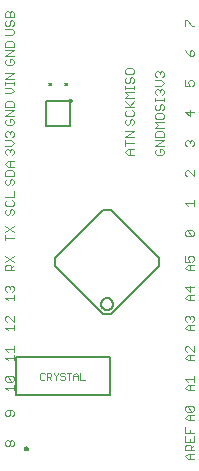
<source format=gto>
G75*
%MOIN*%
%OFA0B0*%
%FSLAX25Y25*%
%IPPOS*%
%LPD*%
%AMOC8*
5,1,8,0,0,1.08239X$1,22.5*
%
%ADD10C,0.00600*%
%ADD11C,0.00500*%
%ADD12C,0.00200*%
%ADD13C,0.00300*%
%ADD14C,0.00250*%
D10*
X0046208Y0053012D02*
X0030212Y0069008D01*
X0030212Y0071792D01*
X0046208Y0087788D01*
X0048992Y0087788D01*
X0064988Y0071792D01*
X0064988Y0069008D01*
X0048992Y0053012D01*
X0046208Y0053012D01*
X0045631Y0056481D02*
X0045633Y0056569D01*
X0045639Y0056657D01*
X0045649Y0056745D01*
X0045663Y0056833D01*
X0045680Y0056919D01*
X0045702Y0057005D01*
X0045727Y0057089D01*
X0045757Y0057173D01*
X0045789Y0057255D01*
X0045826Y0057335D01*
X0045866Y0057414D01*
X0045910Y0057491D01*
X0045957Y0057566D01*
X0046007Y0057638D01*
X0046061Y0057709D01*
X0046117Y0057776D01*
X0046177Y0057842D01*
X0046239Y0057904D01*
X0046305Y0057964D01*
X0046372Y0058020D01*
X0046443Y0058074D01*
X0046515Y0058124D01*
X0046590Y0058171D01*
X0046667Y0058215D01*
X0046746Y0058255D01*
X0046826Y0058292D01*
X0046908Y0058324D01*
X0046992Y0058354D01*
X0047076Y0058379D01*
X0047162Y0058401D01*
X0047248Y0058418D01*
X0047336Y0058432D01*
X0047424Y0058442D01*
X0047512Y0058448D01*
X0047600Y0058450D01*
X0047688Y0058448D01*
X0047776Y0058442D01*
X0047864Y0058432D01*
X0047952Y0058418D01*
X0048038Y0058401D01*
X0048124Y0058379D01*
X0048208Y0058354D01*
X0048292Y0058324D01*
X0048374Y0058292D01*
X0048454Y0058255D01*
X0048533Y0058215D01*
X0048610Y0058171D01*
X0048685Y0058124D01*
X0048757Y0058074D01*
X0048828Y0058020D01*
X0048895Y0057964D01*
X0048961Y0057904D01*
X0049023Y0057842D01*
X0049083Y0057776D01*
X0049139Y0057709D01*
X0049193Y0057638D01*
X0049243Y0057566D01*
X0049290Y0057491D01*
X0049334Y0057414D01*
X0049374Y0057335D01*
X0049411Y0057255D01*
X0049443Y0057173D01*
X0049473Y0057089D01*
X0049498Y0057005D01*
X0049520Y0056919D01*
X0049537Y0056833D01*
X0049551Y0056745D01*
X0049561Y0056657D01*
X0049567Y0056569D01*
X0049569Y0056481D01*
X0049567Y0056393D01*
X0049561Y0056305D01*
X0049551Y0056217D01*
X0049537Y0056129D01*
X0049520Y0056043D01*
X0049498Y0055957D01*
X0049473Y0055873D01*
X0049443Y0055789D01*
X0049411Y0055707D01*
X0049374Y0055627D01*
X0049334Y0055548D01*
X0049290Y0055471D01*
X0049243Y0055396D01*
X0049193Y0055324D01*
X0049139Y0055253D01*
X0049083Y0055186D01*
X0049023Y0055120D01*
X0048961Y0055058D01*
X0048895Y0054998D01*
X0048828Y0054942D01*
X0048757Y0054888D01*
X0048685Y0054838D01*
X0048610Y0054791D01*
X0048533Y0054747D01*
X0048454Y0054707D01*
X0048374Y0054670D01*
X0048292Y0054638D01*
X0048208Y0054608D01*
X0048124Y0054583D01*
X0048038Y0054561D01*
X0047952Y0054544D01*
X0047864Y0054530D01*
X0047776Y0054520D01*
X0047688Y0054514D01*
X0047600Y0054512D01*
X0047512Y0054514D01*
X0047424Y0054520D01*
X0047336Y0054530D01*
X0047248Y0054544D01*
X0047162Y0054561D01*
X0047076Y0054583D01*
X0046992Y0054608D01*
X0046908Y0054638D01*
X0046826Y0054670D01*
X0046746Y0054707D01*
X0046667Y0054747D01*
X0046590Y0054791D01*
X0046515Y0054838D01*
X0046443Y0054888D01*
X0046372Y0054942D01*
X0046305Y0054998D01*
X0046239Y0055058D01*
X0046177Y0055120D01*
X0046117Y0055186D01*
X0046061Y0055253D01*
X0046007Y0055324D01*
X0045957Y0055396D01*
X0045910Y0055471D01*
X0045866Y0055548D01*
X0045826Y0055627D01*
X0045789Y0055707D01*
X0045757Y0055789D01*
X0045727Y0055873D01*
X0045702Y0055957D01*
X0045680Y0056043D01*
X0045663Y0056129D01*
X0045649Y0056217D01*
X0045639Y0056305D01*
X0045633Y0056393D01*
X0045631Y0056481D01*
D11*
X0048748Y0038599D02*
X0048748Y0026001D01*
X0017252Y0026001D01*
X0017252Y0038599D01*
X0048748Y0038599D01*
X0020200Y0008200D02*
X0020202Y0008244D01*
X0020208Y0008288D01*
X0020218Y0008331D01*
X0020231Y0008373D01*
X0020248Y0008414D01*
X0020269Y0008453D01*
X0020293Y0008490D01*
X0020320Y0008525D01*
X0020350Y0008557D01*
X0020383Y0008587D01*
X0020419Y0008613D01*
X0020456Y0008637D01*
X0020496Y0008656D01*
X0020537Y0008673D01*
X0020580Y0008685D01*
X0020623Y0008694D01*
X0020667Y0008699D01*
X0020711Y0008700D01*
X0020755Y0008697D01*
X0020799Y0008690D01*
X0020842Y0008679D01*
X0020884Y0008665D01*
X0020924Y0008647D01*
X0020963Y0008625D01*
X0020999Y0008601D01*
X0021033Y0008573D01*
X0021065Y0008542D01*
X0021094Y0008508D01*
X0021120Y0008472D01*
X0021142Y0008434D01*
X0021161Y0008394D01*
X0021176Y0008352D01*
X0021188Y0008310D01*
X0021196Y0008266D01*
X0021200Y0008222D01*
X0021200Y0008178D01*
X0021196Y0008134D01*
X0021188Y0008090D01*
X0021176Y0008048D01*
X0021161Y0008006D01*
X0021142Y0007966D01*
X0021120Y0007928D01*
X0021094Y0007892D01*
X0021065Y0007858D01*
X0021033Y0007827D01*
X0020999Y0007799D01*
X0020963Y0007775D01*
X0020924Y0007753D01*
X0020884Y0007735D01*
X0020842Y0007721D01*
X0020799Y0007710D01*
X0020755Y0007703D01*
X0020711Y0007700D01*
X0020667Y0007701D01*
X0020623Y0007706D01*
X0020580Y0007715D01*
X0020537Y0007727D01*
X0020496Y0007744D01*
X0020456Y0007763D01*
X0020419Y0007787D01*
X0020383Y0007813D01*
X0020350Y0007843D01*
X0020320Y0007875D01*
X0020293Y0007910D01*
X0020269Y0007947D01*
X0020248Y0007986D01*
X0020231Y0008027D01*
X0020218Y0008069D01*
X0020208Y0008112D01*
X0020202Y0008156D01*
X0020200Y0008200D01*
X0027113Y0115926D02*
X0027113Y0124194D01*
X0035381Y0124194D01*
X0034987Y0124194D02*
X0034989Y0124233D01*
X0034995Y0124272D01*
X0035005Y0124310D01*
X0035018Y0124347D01*
X0035035Y0124382D01*
X0035055Y0124416D01*
X0035079Y0124447D01*
X0035106Y0124476D01*
X0035135Y0124502D01*
X0035167Y0124525D01*
X0035201Y0124545D01*
X0035237Y0124561D01*
X0035274Y0124573D01*
X0035313Y0124582D01*
X0035352Y0124587D01*
X0035391Y0124588D01*
X0035430Y0124585D01*
X0035469Y0124578D01*
X0035506Y0124567D01*
X0035543Y0124553D01*
X0035578Y0124535D01*
X0035611Y0124514D01*
X0035642Y0124489D01*
X0035670Y0124462D01*
X0035695Y0124432D01*
X0035717Y0124399D01*
X0035736Y0124365D01*
X0035751Y0124329D01*
X0035763Y0124291D01*
X0035771Y0124253D01*
X0035775Y0124214D01*
X0035775Y0124174D01*
X0035771Y0124135D01*
X0035763Y0124097D01*
X0035751Y0124059D01*
X0035736Y0124023D01*
X0035717Y0123989D01*
X0035695Y0123956D01*
X0035670Y0123926D01*
X0035642Y0123899D01*
X0035611Y0123874D01*
X0035578Y0123853D01*
X0035543Y0123835D01*
X0035506Y0123821D01*
X0035469Y0123810D01*
X0035430Y0123803D01*
X0035391Y0123800D01*
X0035352Y0123801D01*
X0035313Y0123806D01*
X0035274Y0123815D01*
X0035237Y0123827D01*
X0035201Y0123843D01*
X0035167Y0123863D01*
X0035135Y0123886D01*
X0035106Y0123912D01*
X0035079Y0123941D01*
X0035055Y0123972D01*
X0035035Y0124006D01*
X0035018Y0124041D01*
X0035005Y0124078D01*
X0034995Y0124116D01*
X0034989Y0124155D01*
X0034987Y0124194D01*
X0035381Y0124194D02*
X0035381Y0115926D01*
X0027113Y0115926D01*
D12*
X0027575Y0033402D02*
X0028676Y0033402D01*
X0029043Y0033035D01*
X0029043Y0032301D01*
X0028676Y0031934D01*
X0027575Y0031934D01*
X0027575Y0031200D02*
X0027575Y0033402D01*
X0026833Y0033035D02*
X0026466Y0033402D01*
X0025732Y0033402D01*
X0025365Y0033035D01*
X0025365Y0031567D01*
X0025732Y0031200D01*
X0026466Y0031200D01*
X0026833Y0031567D01*
X0028309Y0031934D02*
X0029043Y0031200D01*
X0030519Y0031200D02*
X0030519Y0032301D01*
X0031253Y0033035D01*
X0031253Y0033402D01*
X0031995Y0033035D02*
X0031995Y0032668D01*
X0032362Y0032301D01*
X0033096Y0032301D01*
X0033463Y0031934D01*
X0033463Y0031567D01*
X0033096Y0031200D01*
X0032362Y0031200D01*
X0031995Y0031567D01*
X0031995Y0033035D02*
X0032362Y0033402D01*
X0033096Y0033402D01*
X0033463Y0033035D01*
X0034205Y0033402D02*
X0035673Y0033402D01*
X0034939Y0033402D02*
X0034939Y0031200D01*
X0036415Y0031200D02*
X0036415Y0032668D01*
X0037149Y0033402D01*
X0037883Y0032668D01*
X0037883Y0031200D01*
X0038625Y0031200D02*
X0040093Y0031200D01*
X0038625Y0031200D02*
X0038625Y0033402D01*
X0037883Y0032301D02*
X0036415Y0032301D01*
X0030519Y0032301D02*
X0029785Y0033035D01*
X0029785Y0033402D01*
D13*
X0013648Y0010528D02*
X0013648Y0009560D01*
X0014131Y0009077D01*
X0014615Y0009077D01*
X0015099Y0009560D01*
X0015099Y0010528D01*
X0015583Y0011012D01*
X0016066Y0011012D01*
X0016550Y0010528D01*
X0016550Y0009560D01*
X0016066Y0009077D01*
X0015583Y0009077D01*
X0015099Y0009560D01*
X0015099Y0010528D02*
X0014615Y0011012D01*
X0014131Y0011012D01*
X0013648Y0010528D01*
X0014131Y0019077D02*
X0014615Y0019077D01*
X0015099Y0019560D01*
X0015099Y0021012D01*
X0016066Y0021012D02*
X0014131Y0021012D01*
X0013648Y0020528D01*
X0013648Y0019560D01*
X0014131Y0019077D01*
X0016066Y0019077D02*
X0016550Y0019560D01*
X0016550Y0020528D01*
X0016066Y0021012D01*
X0016550Y0027603D02*
X0016550Y0029538D01*
X0016550Y0028571D02*
X0013648Y0028571D01*
X0014615Y0027603D01*
X0014131Y0030550D02*
X0013648Y0031034D01*
X0013648Y0032001D01*
X0014131Y0032485D01*
X0016066Y0030550D01*
X0016550Y0031034D01*
X0016550Y0032001D01*
X0016066Y0032485D01*
X0014131Y0032485D01*
X0014131Y0030550D02*
X0016066Y0030550D01*
X0016550Y0037603D02*
X0016550Y0039538D01*
X0016550Y0038571D02*
X0013648Y0038571D01*
X0014615Y0037603D01*
X0014615Y0040550D02*
X0013648Y0041517D01*
X0016550Y0041517D01*
X0016550Y0040550D02*
X0016550Y0042485D01*
X0016550Y0047603D02*
X0016550Y0049538D01*
X0016550Y0048571D02*
X0013648Y0048571D01*
X0014615Y0047603D01*
X0014131Y0050550D02*
X0013648Y0051034D01*
X0013648Y0052001D01*
X0014131Y0052485D01*
X0014615Y0052485D01*
X0016550Y0050550D01*
X0016550Y0052485D01*
X0016550Y0057603D02*
X0016550Y0059538D01*
X0016550Y0058571D02*
X0013648Y0058571D01*
X0014615Y0057603D01*
X0014131Y0060550D02*
X0013648Y0061034D01*
X0013648Y0062001D01*
X0014131Y0062485D01*
X0014615Y0062485D01*
X0015099Y0062001D01*
X0015583Y0062485D01*
X0016066Y0062485D01*
X0016550Y0062001D01*
X0016550Y0061034D01*
X0016066Y0060550D01*
X0015099Y0061517D02*
X0015099Y0062001D01*
X0015583Y0067603D02*
X0015583Y0069055D01*
X0015099Y0069538D01*
X0014131Y0069538D01*
X0013648Y0069055D01*
X0013648Y0067603D01*
X0016550Y0067603D01*
X0015583Y0068571D02*
X0016550Y0069538D01*
X0016550Y0070550D02*
X0013648Y0072485D01*
X0013648Y0070550D02*
X0016550Y0072485D01*
X0013648Y0077603D02*
X0013648Y0079538D01*
X0013648Y0078571D02*
X0016550Y0078571D01*
X0016550Y0080550D02*
X0013648Y0082485D01*
X0013648Y0080550D02*
X0016550Y0082485D01*
X0016066Y0086130D02*
X0016550Y0086614D01*
X0016550Y0087581D01*
X0016066Y0088065D01*
X0015583Y0088065D01*
X0015099Y0087581D01*
X0015099Y0086614D01*
X0014615Y0086130D01*
X0014131Y0086130D01*
X0013648Y0086614D01*
X0013648Y0087581D01*
X0014131Y0088065D01*
X0014131Y0089077D02*
X0016066Y0089077D01*
X0016550Y0089560D01*
X0016550Y0090528D01*
X0016066Y0091012D01*
X0016550Y0092023D02*
X0016550Y0093958D01*
X0016550Y0092023D02*
X0013648Y0092023D01*
X0014131Y0091012D02*
X0013648Y0090528D01*
X0013648Y0089560D01*
X0014131Y0089077D01*
X0014131Y0096130D02*
X0014615Y0096130D01*
X0015099Y0096614D01*
X0015099Y0097581D01*
X0015583Y0098065D01*
X0016066Y0098065D01*
X0016550Y0097581D01*
X0016550Y0096614D01*
X0016066Y0096130D01*
X0016550Y0099077D02*
X0016550Y0100528D01*
X0016066Y0101012D01*
X0014131Y0101012D01*
X0013648Y0100528D01*
X0013648Y0099077D01*
X0016550Y0099077D01*
X0016550Y0102023D02*
X0014615Y0102023D01*
X0013648Y0102991D01*
X0014615Y0103958D01*
X0016550Y0103958D01*
X0015099Y0103958D02*
X0015099Y0102023D01*
X0014131Y0098065D02*
X0013648Y0097581D01*
X0013648Y0096614D01*
X0014131Y0096130D01*
X0014131Y0106130D02*
X0013648Y0106614D01*
X0013648Y0107581D01*
X0014131Y0108065D01*
X0014615Y0108065D01*
X0015099Y0107581D01*
X0015583Y0108065D01*
X0016066Y0108065D01*
X0016550Y0107581D01*
X0016550Y0106614D01*
X0016066Y0106130D01*
X0015099Y0107098D02*
X0015099Y0107581D01*
X0015583Y0109077D02*
X0013648Y0109077D01*
X0015583Y0109077D02*
X0016550Y0110044D01*
X0015583Y0111012D01*
X0013648Y0111012D01*
X0014131Y0112023D02*
X0013648Y0112507D01*
X0013648Y0113474D01*
X0014131Y0113958D01*
X0014615Y0113958D01*
X0015099Y0113474D01*
X0015583Y0113958D01*
X0016066Y0113958D01*
X0016550Y0113474D01*
X0016550Y0112507D01*
X0016066Y0112023D01*
X0015099Y0112991D02*
X0015099Y0113474D01*
X0014131Y0116130D02*
X0016066Y0116130D01*
X0016550Y0116614D01*
X0016550Y0117581D01*
X0016066Y0118065D01*
X0015099Y0118065D01*
X0015099Y0117098D01*
X0014131Y0118065D02*
X0013648Y0117581D01*
X0013648Y0116614D01*
X0014131Y0116130D01*
X0013648Y0119077D02*
X0016550Y0121012D01*
X0013648Y0121012D01*
X0013648Y0122023D02*
X0013648Y0123474D01*
X0014131Y0123958D01*
X0016066Y0123958D01*
X0016550Y0123474D01*
X0016550Y0122023D01*
X0013648Y0122023D01*
X0013648Y0119077D02*
X0016550Y0119077D01*
X0015583Y0126621D02*
X0013648Y0126621D01*
X0013648Y0128556D02*
X0015583Y0128556D01*
X0016550Y0127589D01*
X0015583Y0126621D01*
X0016550Y0129568D02*
X0016550Y0130535D01*
X0016550Y0130052D02*
X0013648Y0130052D01*
X0013648Y0130535D02*
X0013648Y0129568D01*
X0013648Y0131532D02*
X0016550Y0133467D01*
X0013648Y0133467D01*
X0013648Y0131532D02*
X0016550Y0131532D01*
X0016066Y0136130D02*
X0014131Y0136130D01*
X0013648Y0136614D01*
X0013648Y0137581D01*
X0014131Y0138065D01*
X0015099Y0138065D02*
X0015099Y0137098D01*
X0015099Y0138065D02*
X0016066Y0138065D01*
X0016550Y0137581D01*
X0016550Y0136614D01*
X0016066Y0136130D01*
X0016550Y0139077D02*
X0013648Y0139077D01*
X0016550Y0141012D01*
X0013648Y0141012D01*
X0013648Y0142023D02*
X0013648Y0143474D01*
X0014131Y0143958D01*
X0016066Y0143958D01*
X0016550Y0143474D01*
X0016550Y0142023D01*
X0013648Y0142023D01*
X0013648Y0146130D02*
X0016066Y0146130D01*
X0016550Y0146614D01*
X0016550Y0147581D01*
X0016066Y0148065D01*
X0013648Y0148065D01*
X0014131Y0149077D02*
X0014615Y0149077D01*
X0015099Y0149560D01*
X0015099Y0150528D01*
X0015583Y0151012D01*
X0016066Y0151012D01*
X0016550Y0150528D01*
X0016550Y0149560D01*
X0016066Y0149077D01*
X0016550Y0152023D02*
X0016550Y0153474D01*
X0016066Y0153958D01*
X0015583Y0153958D01*
X0015099Y0153474D01*
X0015099Y0152023D01*
X0014131Y0151012D02*
X0013648Y0150528D01*
X0013648Y0149560D01*
X0014131Y0149077D01*
X0013648Y0152023D02*
X0013648Y0153474D01*
X0014131Y0153958D01*
X0014615Y0153958D01*
X0015099Y0153474D01*
X0016550Y0152023D02*
X0013648Y0152023D01*
X0053648Y0134457D02*
X0053648Y0133489D01*
X0054131Y0133005D01*
X0056066Y0133005D01*
X0056550Y0133489D01*
X0056550Y0134457D01*
X0056066Y0134940D01*
X0054131Y0134940D01*
X0053648Y0134457D01*
X0054131Y0131994D02*
X0053648Y0131510D01*
X0053648Y0130543D01*
X0054131Y0130059D01*
X0054615Y0130059D01*
X0055099Y0130543D01*
X0055099Y0131510D01*
X0055583Y0131994D01*
X0056066Y0131994D01*
X0056550Y0131510D01*
X0056550Y0130543D01*
X0056066Y0130059D01*
X0056550Y0129062D02*
X0056550Y0128095D01*
X0056550Y0128578D02*
X0053648Y0128578D01*
X0053648Y0128095D02*
X0053648Y0129062D01*
X0053648Y0127083D02*
X0056550Y0127083D01*
X0056550Y0125148D02*
X0053648Y0125148D01*
X0054615Y0126116D01*
X0053648Y0127083D01*
X0053648Y0123958D02*
X0055583Y0122023D01*
X0055099Y0122507D02*
X0056550Y0123958D01*
X0056550Y0122023D02*
X0053648Y0122023D01*
X0054131Y0121012D02*
X0053648Y0120528D01*
X0053648Y0119560D01*
X0054131Y0119077D01*
X0056066Y0119077D01*
X0056550Y0119560D01*
X0056550Y0120528D01*
X0056066Y0121012D01*
X0056066Y0118065D02*
X0056550Y0117581D01*
X0056550Y0116614D01*
X0056066Y0116130D01*
X0055099Y0116614D02*
X0055099Y0117581D01*
X0055583Y0118065D01*
X0056066Y0118065D01*
X0055099Y0116614D02*
X0054615Y0116130D01*
X0054131Y0116130D01*
X0053648Y0116614D01*
X0053648Y0117581D01*
X0054131Y0118065D01*
X0053648Y0113958D02*
X0056550Y0113958D01*
X0053648Y0112023D01*
X0056550Y0112023D01*
X0056550Y0110044D02*
X0053648Y0110044D01*
X0053648Y0109077D02*
X0053648Y0111012D01*
X0054615Y0108065D02*
X0056550Y0108065D01*
X0056550Y0106130D02*
X0054615Y0106130D01*
X0053648Y0107098D01*
X0054615Y0108065D01*
X0055099Y0108065D02*
X0055099Y0106130D01*
X0063648Y0106614D02*
X0064131Y0106130D01*
X0066066Y0106130D01*
X0066550Y0106614D01*
X0066550Y0107581D01*
X0066066Y0108065D01*
X0065099Y0108065D01*
X0065099Y0107098D01*
X0064131Y0108065D02*
X0063648Y0107581D01*
X0063648Y0106614D01*
X0063648Y0109077D02*
X0066550Y0111012D01*
X0063648Y0111012D01*
X0063648Y0112023D02*
X0063648Y0113474D01*
X0064131Y0113958D01*
X0066066Y0113958D01*
X0066550Y0113474D01*
X0066550Y0112023D01*
X0063648Y0112023D01*
X0063648Y0109077D02*
X0066550Y0109077D01*
X0066550Y0115148D02*
X0063648Y0115148D01*
X0064615Y0116116D01*
X0063648Y0117083D01*
X0066550Y0117083D01*
X0066066Y0118095D02*
X0066550Y0118578D01*
X0066550Y0119546D01*
X0066066Y0120030D01*
X0064131Y0120030D01*
X0063648Y0119546D01*
X0063648Y0118578D01*
X0064131Y0118095D01*
X0066066Y0118095D01*
X0066066Y0121041D02*
X0066550Y0121525D01*
X0066550Y0122492D01*
X0066066Y0122976D01*
X0065583Y0122976D01*
X0065099Y0122492D01*
X0065099Y0121525D01*
X0064615Y0121041D01*
X0064131Y0121041D01*
X0063648Y0121525D01*
X0063648Y0122492D01*
X0064131Y0122976D01*
X0063648Y0123988D02*
X0063648Y0124955D01*
X0063648Y0124471D02*
X0066550Y0124471D01*
X0066550Y0123988D02*
X0066550Y0124955D01*
X0066066Y0126130D02*
X0066550Y0126614D01*
X0066550Y0127581D01*
X0066066Y0128065D01*
X0065583Y0128065D01*
X0065099Y0127581D01*
X0065099Y0127098D01*
X0065099Y0127581D02*
X0064615Y0128065D01*
X0064131Y0128065D01*
X0063648Y0127581D01*
X0063648Y0126614D01*
X0064131Y0126130D01*
X0063648Y0129077D02*
X0065583Y0129077D01*
X0066550Y0130044D01*
X0065583Y0131012D01*
X0063648Y0131012D01*
X0064131Y0132023D02*
X0063648Y0132507D01*
X0063648Y0133474D01*
X0064131Y0133958D01*
X0064615Y0133958D01*
X0065099Y0133474D01*
X0065583Y0133958D01*
X0066066Y0133958D01*
X0066550Y0133474D01*
X0066550Y0132507D01*
X0066066Y0132023D01*
X0065099Y0132991D02*
X0065099Y0133474D01*
X0073648Y0131012D02*
X0073648Y0129077D01*
X0075099Y0129077D01*
X0074615Y0130044D01*
X0074615Y0130528D01*
X0075099Y0131012D01*
X0076066Y0131012D01*
X0076550Y0130528D01*
X0076550Y0129560D01*
X0076066Y0129077D01*
X0075099Y0121012D02*
X0075099Y0119077D01*
X0073648Y0120528D01*
X0076550Y0120528D01*
X0076066Y0111012D02*
X0076550Y0110528D01*
X0076550Y0109560D01*
X0076066Y0109077D01*
X0075099Y0110044D02*
X0075099Y0110528D01*
X0075583Y0111012D01*
X0076066Y0111012D01*
X0075099Y0110528D02*
X0074615Y0111012D01*
X0074131Y0111012D01*
X0073648Y0110528D01*
X0073648Y0109560D01*
X0074131Y0109077D01*
X0074131Y0101012D02*
X0073648Y0100528D01*
X0073648Y0099560D01*
X0074131Y0099077D01*
X0074131Y0101012D02*
X0074615Y0101012D01*
X0076550Y0099077D01*
X0076550Y0101012D01*
X0076550Y0091012D02*
X0076550Y0089077D01*
X0076550Y0090044D02*
X0073648Y0090044D01*
X0074615Y0089077D01*
X0074131Y0081012D02*
X0076066Y0079077D01*
X0076550Y0079560D01*
X0076550Y0080528D01*
X0076066Y0081012D01*
X0074131Y0081012D01*
X0073648Y0080528D01*
X0073648Y0079560D01*
X0074131Y0079077D01*
X0076066Y0079077D01*
X0076066Y0072485D02*
X0075099Y0072485D01*
X0074615Y0072001D01*
X0074615Y0071517D01*
X0075099Y0070550D01*
X0073648Y0070550D01*
X0073648Y0072485D01*
X0074615Y0069538D02*
X0076550Y0069538D01*
X0076066Y0070550D02*
X0076550Y0071034D01*
X0076550Y0072001D01*
X0076066Y0072485D01*
X0075099Y0069538D02*
X0075099Y0067603D01*
X0074615Y0067603D02*
X0073648Y0068571D01*
X0074615Y0069538D01*
X0074615Y0067603D02*
X0076550Y0067603D01*
X0075099Y0062485D02*
X0075099Y0060550D01*
X0073648Y0062001D01*
X0076550Y0062001D01*
X0076550Y0059538D02*
X0074615Y0059538D01*
X0073648Y0058571D01*
X0074615Y0057603D01*
X0076550Y0057603D01*
X0075099Y0057603D02*
X0075099Y0059538D01*
X0075583Y0052485D02*
X0075099Y0052001D01*
X0075099Y0051517D01*
X0075099Y0052001D02*
X0074615Y0052485D01*
X0074131Y0052485D01*
X0073648Y0052001D01*
X0073648Y0051034D01*
X0074131Y0050550D01*
X0074615Y0049538D02*
X0073648Y0048571D01*
X0074615Y0047603D01*
X0076550Y0047603D01*
X0076550Y0049538D02*
X0074615Y0049538D01*
X0075099Y0049538D02*
X0075099Y0047603D01*
X0076066Y0050550D02*
X0076550Y0051034D01*
X0076550Y0052001D01*
X0076066Y0052485D01*
X0075583Y0052485D01*
X0076550Y0042485D02*
X0076550Y0040550D01*
X0074615Y0042485D01*
X0074131Y0042485D01*
X0073648Y0042001D01*
X0073648Y0041034D01*
X0074131Y0040550D01*
X0074615Y0039538D02*
X0073648Y0038571D01*
X0074615Y0037603D01*
X0076550Y0037603D01*
X0076550Y0039538D02*
X0074615Y0039538D01*
X0075099Y0039538D02*
X0075099Y0037603D01*
X0076550Y0032485D02*
X0076550Y0030550D01*
X0076550Y0031517D02*
X0073648Y0031517D01*
X0074615Y0030550D01*
X0074615Y0029538D02*
X0073648Y0028571D01*
X0074615Y0027603D01*
X0076550Y0027603D01*
X0076550Y0029538D02*
X0074615Y0029538D01*
X0075099Y0029538D02*
X0075099Y0027603D01*
X0074131Y0022485D02*
X0076066Y0022485D01*
X0076550Y0022001D01*
X0076550Y0021034D01*
X0076066Y0020550D01*
X0074131Y0022485D01*
X0073648Y0022001D01*
X0073648Y0021034D01*
X0074131Y0020550D01*
X0076066Y0020550D01*
X0076550Y0019538D02*
X0074615Y0019538D01*
X0073648Y0018571D01*
X0074615Y0017603D01*
X0076550Y0017603D01*
X0075099Y0017603D02*
X0075099Y0019538D01*
X0073648Y0015431D02*
X0073648Y0013497D01*
X0076550Y0013497D01*
X0076550Y0012485D02*
X0076550Y0010550D01*
X0073648Y0010550D01*
X0073648Y0012485D01*
X0075099Y0011517D02*
X0075099Y0010550D01*
X0075099Y0009538D02*
X0074131Y0009538D01*
X0073648Y0009055D01*
X0073648Y0007603D01*
X0076550Y0007603D01*
X0075583Y0007603D02*
X0075583Y0009055D01*
X0075099Y0009538D01*
X0075583Y0008571D02*
X0076550Y0009538D01*
X0076550Y0006592D02*
X0074615Y0006592D01*
X0073648Y0005624D01*
X0074615Y0004657D01*
X0076550Y0004657D01*
X0075099Y0004657D02*
X0075099Y0006592D01*
X0075099Y0013497D02*
X0075099Y0014464D01*
X0075099Y0139077D02*
X0074131Y0140044D01*
X0073648Y0141012D01*
X0075099Y0140528D02*
X0075099Y0139077D01*
X0076066Y0139077D01*
X0076550Y0139560D01*
X0076550Y0140528D01*
X0076066Y0141012D01*
X0075583Y0141012D01*
X0075099Y0140528D01*
X0076066Y0149077D02*
X0076550Y0149077D01*
X0076066Y0149077D02*
X0074131Y0151012D01*
X0073648Y0151012D01*
X0073648Y0149077D01*
D14*
X0034300Y0130075D02*
X0033800Y0129325D01*
X0034300Y0129325D01*
X0033800Y0129325D02*
X0033300Y0129325D01*
X0033800Y0129325D02*
X0033300Y0130075D01*
X0034300Y0130075D01*
X0029000Y0130075D02*
X0028500Y0129325D01*
X0029000Y0129325D01*
X0028500Y0129325D02*
X0028000Y0129325D01*
X0028500Y0129325D02*
X0028000Y0130075D01*
X0029000Y0130075D01*
M02*

</source>
